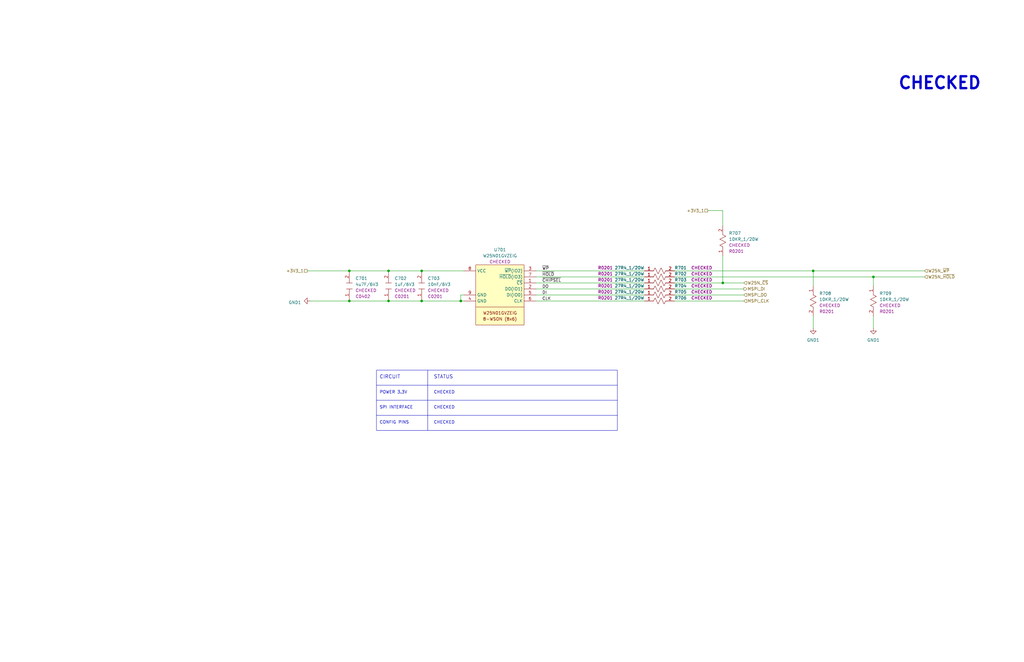
<source format=kicad_sch>
(kicad_sch (version 20230121) (generator eeschema)
  (paper "B")
  (title_block (title "SparkleSplashy") (date "2023-04-25") (company "Siavash Taher Parvar") (comment 1 "Siavash Taher Parvar") (comment 2 "Siavash Taher Parvar") (comment 3 "Siavash Taher Parvar") (comment 4 "_BOM_SpSp_V1.xlsx") (comment 5 "_ASM_SpSp_V1.html") (comment 6 "_GERBER_JLCPCB042023.zip") (comment 8 "No Variant") (comment 9 "N/A"))
  (lib_symbols
    (symbol "_SCHLIB_SparkleSplashy:CAP_10nF/6V3"
      (property "Reference" "C" (at 2.54 3.81 0))
      (property "Value" "10nF{slash}6V3" (at 6.35 6.35 0))
      (property "SCH CHECK" "CHECKED" (at 6.35 21.59 0))
      (property "Package" "C0201" (at 5.08 24.13 0))
      (symbol "CAP_10nF/6V3_0_0"
        (polyline (pts (xy 5.08 1.27) (xy 5.08 -1.27)))
        (polyline (pts (xy 7.62 1.27) (xy 7.62 -1.27)))
      )
      (symbol "CAP_10nF/6V3_1_1"
        (pin passive line (at 0 0 0) (length 5.08) (name "") (number "1"))
        (pin passive line (at 12.7 0 180) (length 5.08) (name "") (number "2"))
      )
    )
    (symbol "_SCHLIB_SparkleSplashy:CAP_1uF/6V3"
      (property "Reference" "C" (at 2.54 3.81 0))
      (property "Value" "1uF{slash}6V3" (at 6.35 6.35 0))
      (property "SCH CHECK" "CHECKED" (at 6.35 25.4 0))
      (property "Package" "C0201" (at 5.08 22.86 0))
      (symbol "CAP_1uF/6V3_0_0"
        (polyline (pts (xy 5.08 1.27) (xy 5.08 -1.27)))
        (polyline (pts (xy 7.62 1.27) (xy 7.62 -1.27)))
      )
      (symbol "CAP_1uF/6V3_1_1"
        (pin passive line (at 0 0 0) (length 5.08) (name "") (number "1"))
        (pin passive line (at 12.7 0 180) (length 5.08) (name "") (number "2"))
      )
    )
    (symbol "_SCHLIB_SparkleSplashy:CAP_4u7F/6V3"
      (property "Reference" "C" (at 2.54 5.08 0))
      (property "Value" "4u7F{slash}6V3" (at 6.35 7.62 0))
      (property "SCH CHECK" "CHECKED" (at 6.35 25.4 0))
      (property "Package" "C0402" (at 5.08 22.86 0))
      (symbol "CAP_4u7F/6V3_0_0"
        (polyline (pts (xy 5.08 1.27) (xy 5.08 -1.27)))
        (polyline (pts (xy 7.62 1.27) (xy 7.62 -1.27)))
      )
      (symbol "CAP_4u7F/6V3_1_1"
        (pin passive line (at 0 0 0) (length 5.08) (name "") (number "1"))
        (pin passive line (at 12.7 0 180) (length 5.08) (name "") (number "2"))
      )
    )
    (symbol "_SCHLIB_SparkleSplashy:FLASH_W25N01GVZEIG"
      (property "Reference" "U" (at 2.54 2.54 0))
      (property "Value" "W25N01GVZEIG" (at 2.54 5.08 0))
      (property "SCH CHECK" "CHECKED" (at 2.54 20.32 0))
      (symbol "FLASH_W25N01GVZEIG_0_0"
        (text "8-WSON (8x6)" (at 10.16 -22.86 0) (effects (font (size 1.27 1.27))))
        (text "W25N01GVZEIG" (at 10.16 -20.32 0) (effects (font (size 1.27 1.27))))
      )
      (symbol "FLASH_W25N01GVZEIG_0_1"
        (polyline (pts (xy 0 -17.78) (xy 20.32 -17.78)))
        (rectangle (start 0 0) (end 20.32 -25.4) (fill (type background)))
      )
      (symbol "FLASH_W25N01GVZEIG_1_1"
        (pin passive line (at 25.4 -7.62 180) (length 5.08) (name "~{CS}") (number "1"))
        (pin passive line (at 25.4 -10.16 180) (length 5.08) (name "DO(IO1)") (number "2"))
        (pin passive line (at 25.4 -2.54 180) (length 5.08) (name "~{WP}(IO2)") (number "3"))
        (pin passive line (at -5.08 -15.24 0) (length 5.08) (name "GND") (number "4"))
        (pin passive line (at 25.4 -12.7 180) (length 5.08) (name "DI(IO0)") (number "5"))
        (pin passive line (at 25.4 -15.24 180) (length 5.08) (name "CLK") (number "6"))
        (pin passive line (at 25.4 -5.08 180) (length 5.08) (name "~{HOLD}(IO3)") (number "7"))
        (pin passive line (at -5.08 -2.54 0) (length 5.08) (name "VCC") (number "8"))
        (pin passive line (at -5.08 -12.7 0) (length 5.08) (name "GND") (number "9"))
      )
    )
    (symbol "_SCHLIB_SparkleSplashy:RES_10KR_1/20W"
      (property "Reference" "R" (at 3.81 6.35 0))
      (property "Value" "10KR_1{slash}20W" (at 8.89 8.89 0))
      (property "SCH CHECK" "CHECKED" (at 7.62 24.13 0))
      (property "Package" "R0201" (at 6.35 26.67 0))
      (symbol "RES_10KR_1/20W_0_0"
        (polyline (pts (xy 3.81 0) (xy 4.445 1.27) (xy 5.715 -1.27) (xy 6.985 1.27) (xy 8.255 -1.27) (xy 8.89 0)))
      )
      (symbol "RES_10KR_1/20W_1_1"
        (pin passive line (at 0 0 0) (length 3.81) (name "") (number "1"))
        (pin passive line (at 12.7 0 180) (length 3.81) (name "") (number "2"))
      )
    )
    (symbol "_SCHLIB_SparkleSplashy:RES_27R4_1/20W"
      (property "Reference" "R" (at 3.81 3.81 0))
      (property "Value" "27R4_1{slash}20W" (at 8.89 6.35 0))
      (property "SCH CHECK" "CHECKED" (at 6.35 21.59 0))
      (property "Package" "R0201" (at 5.08 24.13 0))
      (symbol "RES_27R4_1/20W_0_0"
        (polyline (pts (xy 3.81 0) (xy 4.445 1.27) (xy 5.715 -1.27) (xy 6.985 1.27) (xy 8.255 -1.27) (xy 8.89 0)))
      )
      (symbol "RES_27R4_1/20W_1_1"
        (pin passive line (at 0 0 0) (length 3.81) (name "") (number "1"))
        (pin passive line (at 12.7 0 180) (length 3.81) (name "") (number "2"))
      )
    )
    (symbol "power:GND1" (power) (pin_names (offset 0))
      (property "Value" "GND1" (at 0 -3.81 0))
      (symbol "GND1_0_1"
        (polyline (pts (xy 0 0) (xy 0 -1.27) (xy 1.27 -1.27) (xy 0 -2.54) (xy -1.27 -1.27) (xy 0 -1.27)))
      )
      (symbol "GND1_1_1"
        (pin power_in line (at 0 0 270) (length 0) hide (name "GND1") (number "1"))
      )
    )
  )
  (junction (at 177.8 114.3))
  (junction (at 304.8 119.38))
  (junction (at 368.3 116.84))
  (junction (at 163.83 127))
  (junction (at 342.9 114.3))
  (junction (at 147.32 114.3))
  (junction (at 147.32 127))
  (junction (at 177.8 127))
  (junction (at 194.31 127))
  (junction (at 163.83 114.3))
  (wire (pts (xy 313.69 127) (xy 284.48 127)))
  (wire (pts (xy 342.9 114.3) (xy 389.89 114.3)))
  (polyline (pts (xy 158.75 162.56) (xy 260.35 162.56)))
  (wire (pts (xy 304.8 107.95) (xy 304.8 119.38)))
  (wire (pts (xy 368.3 116.84) (xy 389.89 116.84)))
  (wire (pts (xy 271.78 124.46) (xy 226.06 124.46)))
  (polyline (pts (xy 180.34 156.21) (xy 180.34 181.61)))
  (wire (pts (xy 298.45 88.9) (xy 304.8 88.9)))
  (wire (pts (xy 284.48 114.3) (xy 342.9 114.3)))
  (wire (pts (xy 284.48 119.38) (xy 304.8 119.38)))
  (wire (pts (xy 226.06 116.84) (xy 271.78 116.84)))
  (wire (pts (xy 177.8 127) (xy 194.31 127)))
  (wire (pts (xy 147.32 127) (xy 163.83 127)))
  (wire (pts (xy 130.81 127) (xy 147.32 127)))
  (wire (pts (xy 163.83 114.3) (xy 177.8 114.3)))
  (wire (pts (xy 194.31 127) (xy 195.58 127)))
  (wire (pts (xy 342.9 133.35) (xy 342.9 138.43)))
  (wire (pts (xy 313.69 121.92) (xy 284.48 121.92)))
  (wire (pts (xy 368.3 116.84) (xy 368.3 120.65)))
  (wire (pts (xy 342.9 114.3) (xy 342.9 120.65)))
  (wire (pts (xy 226.06 114.3) (xy 271.78 114.3)))
  (wire (pts (xy 271.78 127) (xy 226.06 127)))
  (wire (pts (xy 271.78 121.92) (xy 226.06 121.92)))
  (wire (pts (xy 147.32 114.3) (xy 163.83 114.3)))
  (wire (pts (xy 129.54 114.3) (xy 147.32 114.3)))
  (wire (pts (xy 284.48 116.84) (xy 368.3 116.84)))
  (polyline (pts (xy 158.75 175.26) (xy 260.35 175.26)))
  (wire (pts (xy 195.58 124.46) (xy 194.31 124.46)))
  (wire (pts (xy 194.31 124.46) (xy 194.31 127)))
  (wire (pts (xy 226.06 119.38) (xy 271.78 119.38)))
  (wire (pts (xy 304.8 119.38) (xy 313.69 119.38)))
  (wire (pts (xy 368.3 133.35) (xy 368.3 138.43)))
  (wire (pts (xy 313.69 124.46) (xy 284.48 124.46)))
  (wire (pts (xy 163.83 127) (xy 177.8 127)))
  (polyline (pts (xy 158.75 168.91) (xy 260.35 168.91)))
  (wire (pts (xy 177.8 114.3) (xy 195.58 114.3)))
  (wire (pts (xy 304.8 88.9) (xy 304.8 95.25)))
  (rectangle (start 158.75 156.21) (end 260.35 181.61))
  (text "CHECKED" (at 378.46 38.1 0) (effects (font (size 5 5) bold) (justify left bottom)))
  (text "CONFIG PINS" (at 160.02 179.07 0) (effects (font (size 1.27 1.27)) (justify left bottom)))
  (text "CIRCUIT" (at 160.02 160.02 0) (effects (font (size 1.5 1.5)) (justify left bottom)))
  (text "CHECKED" (at 182.88 166.37 0) (effects (font (size 1.27 1.27)) (justify left bottom)))
  (text "CHECKED" (at 182.88 179.07 0) (effects (font (size 1.27 1.27)) (justify left bottom)))
  (text "CHECKED" (at 182.88 172.72 0) (effects (font (size 1.27 1.27)) (justify left bottom)))
  (text "POWER 3.3V" (at 160.02 166.37 0) (effects (font (size 1.27 1.27)) (justify left bottom)))
  (text "STATUS" (at 182.88 160.02 0) (effects (font (size 1.5 1.5)) (justify left bottom)))
  (text "SPI INTERFACE" (at 160.02 172.72 0) (effects (font (size 1.27 1.27)) (justify left bottom)))
  (label "DO" (at 228.6 121.92 0))
  (label "CLK" (at 228.6 127 0))
  (label "DI" (at 228.6 124.46 0))
  (label "~{HOLD}" (at 228.6 116.84 0))
  (label "~{CHIPSEL}" (at 228.6 119.38 0))
  (label "~{WP}" (at 228.6 114.3 0))
  (hierarchical_label "W25N_~{HOLD}" (shape input) (at 389.89 116.84 0))
  (hierarchical_label "MSPI_CLK" (shape input) (at 313.69 127 0))
  (hierarchical_label "W25N_~{CS}" (shape input) (at 313.69 119.38 0))
  (hierarchical_label "+3V3_1" (shape passive) (at 129.54 114.3 180))
  (hierarchical_label "MSPI_DI" (shape output) (at 313.69 121.92 0))
  (hierarchical_label "+3V3_1" (shape passive) (at 298.45 88.9 180))
  (hierarchical_label "MSPI_DO" (shape input) (at 313.69 124.46 0))
  (hierarchical_label "W25N_~{WP}" (shape input) (at 389.89 114.3 0))
  (symbol (lib_id "_SCHLIB_SparkleSplashy:FLASH_W25N01GVZEIG") (at 200.66 111.76 0) (unit 1)
    (property "Reference" "U701" (at 210.82 105.41 0))
    (property "Value" "W25N01GVZEIG" (at 210.82 107.95 0))
    (property "Footprint" "_PCBLIB_SparkleSplashy:WSON-8-1EP_8x6mm_P1.27mm_EP3.4x4.3mm" (effects hide))
    (property "Datasheet" "https://www.winbond.com/resource-files/W25N01GV%20Rev%20O%20092619.pdf" (effects hide))
    (property "Description" "FLASH - NAND (SLC) Memory IC 1Gbit SPI - Quad I/O 104 MHz 7 ns 8-WSON (8x6)" (effects hide))
    (property "Part Number" "W25N01GVZEIG" (effects hide))
    (property "Link" "https://www.digikey.ca/en/products/detail/winbond-electronics/W25N01GVZEIG/15181734" (effects hide))
    (property "SCH CHECK" "CHECKED" (at 210.82 110.49 0))
  )
  (symbol (lib_id "_SCHLIB_SparkleSplashy:RES_27R4_1/20W") (at 271.78 114.3 0) (unit 1)
    (property "Reference" "R701" (at 287.02 113.03 0))
    (property "Value" "27R4_1/20W" (at 265.43 113.03 0))
    (property "Footprint" "Resistor_SMD:R_0201_0603Metric" (effects hide))
    (property "Datasheet" "https://www.yageo.com/upload/media/product/productsearch/datasheet/rchip/PYu-RC_Group_51_RoHS_L_12.pdf" (effects hide))
    (property "Description" "27.4 Ohms ±1% 0.05W, 1/20W Chip Resistor 0201 (0603 Metric) Moisture Resistant Thick Film" (effects hide))
    (property "Part Number" "RC0201FR-0727R4L" (effects hide))
    (property "Link" "https://www.digikey.ca/en/products/detail/yageo/RC0201FR-0727R4L/5280413" (effects hide))
    (property "SCH CHECK" "CHECKED" (at 295.91 113.03 0))
    (property "Package" "R0201" (at 255.27 113.03 0))
  )
  (symbol (lib_id "_SCHLIB_SparkleSplashy:CAP_1uF/6V3") (at 163.83 127 90) (unit 1)
    (property "Reference" "C702" (at 166.37 117.475 90) (effects (justify right)))
    (property "Value" "1uF/6V3" (at 166.37 120.015 90) (effects (justify right)))
    (property "Footprint" "Capacitor_SMD:C_0201_0603Metric" (effects hide))
    (property "Datasheet" "http://weblib.samsungsem.com/mlcc/mlcc-ec-data-sheet.do?partNumber=CL03A105MQ3CSN" (effects hide))
    (property "Description" "1 µF ±20% 6.3V Ceramic Capacitor X5R 0201 (0603 Metric)" (effects hide))
    (property "Part Number" "CL03A105MQ3CSNH" (effects hide))
    (property "Link" "https://www.digikey.ca/en/products/detail/samsung-electro-mechanics/CL03A105MQ3CSNH/3894097" (effects hide))
    (property "SCH CHECK" "CHECKED" (at 166.37 122.555 90) (effects (justify right)))
    (property "Package" "C0201" (at 166.37 125.095 90) (effects (justify right)))
  )
  (symbol (lib_id "_SCHLIB_SparkleSplashy:RES_27R4_1/20W") (at 271.78 119.38 0) (unit 1)
    (property "Reference" "R703" (at 287.02 118.11 0))
    (property "Value" "27R4_1/20W" (at 265.43 118.11 0))
    (property "Footprint" "Resistor_SMD:R_0201_0603Metric" (effects hide))
    (property "Datasheet" "https://www.yageo.com/upload/media/product/productsearch/datasheet/rchip/PYu-RC_Group_51_RoHS_L_12.pdf" (effects hide))
    (property "Description" "27.4 Ohms ±1% 0.05W, 1/20W Chip Resistor 0201 (0603 Metric) Moisture Resistant Thick Film" (effects hide))
    (property "Part Number" "RC0201FR-0727R4L" (effects hide))
    (property "Link" "https://www.digikey.ca/en/products/detail/yageo/RC0201FR-0727R4L/5280413" (effects hide))
    (property "SCH CHECK" "CHECKED" (at 295.91 118.11 0))
    (property "Package" "R0201" (at 255.27 118.11 0))
  )
  (symbol (lib_id "_SCHLIB_SparkleSplashy:CAP_10nF/6V3") (at 177.8 127 90) (unit 1)
    (property "Reference" "C703" (at 180.34 117.475 90) (effects (justify right)))
    (property "Value" "10nF/6V3" (at 180.34 120.015 90) (effects (justify right)))
    (property "Footprint" "Capacitor_SMD:C_0201_0603Metric" (effects hide))
    (property "Datasheet" "http://www.passivecomponent.com/wp-content/uploads/datasheet/WTC_MLCC_General_Purpose.pdf" (effects hide))
    (property "Description" "10000 pF ±10% 6.3V Ceramic Capacitor X7R 0201 (0603 Metric)" (effects hide))
    (property "Part Number" "0201B103K6R3CT" (effects hide))
    (property "Link" "https://www.digikey.ca/en/products/detail/walsin-technology-corporation/0201B103K6R3CT/9354618" (effects hide))
    (property "SCH CHECK" "CHECKED" (at 180.34 122.555 90) (effects (justify right)))
    (property "Package" "C0201" (at 180.34 125.095 90) (effects (justify right)))
  )
  (symbol (lib_id "_SCHLIB_SparkleSplashy:CAP_4u7F/6V3") (at 147.32 127 90) (unit 1)
    (property "Reference" "C701" (at 149.86 117.475 90) (effects (justify right)))
    (property "Value" "4u7F/6V3" (at 149.86 120.015 90) (effects (justify right)))
    (property "Footprint" "Capacitor_SMD:C_0402_1005Metric" (effects hide))
    (property "Datasheet" "https://media.digikey.com/pdf/Data%20Sheets/Samsung%20PDFs/CL05A475KQ5NRNC_Spec.pdf" (effects hide))
    (property "Description" "10 µF ±10% 16V Ceramic Capacitor X5R 0603 (1608 Metric)" (effects hide))
    (property "Part Number" "CL05A475KQ5NRNC" (effects hide))
    (property "Link" "https://www.digikey.ca/en/products/detail/samsung-electro-mechanics/CL05A475KQ5NRNC/3887139" (effects hide))
    (property "SCH CHECK" "CHECKED" (at 149.86 122.555 90) (effects (justify right)))
    (property "Package" "C0402" (at 149.86 125.095 90) (effects (justify right)))
    (property "DescriptionCL05A475KQ5NRNC" "4.7 µF ±10% 6.3V Ceramic Capacitor X5R 0402 (1005 Metric)" (effects hide))
  )
  (symbol (lib_id "_SCHLIB_SparkleSplashy:RES_27R4_1/20W") (at 271.78 116.84 0) (unit 1)
    (property "Reference" "R702" (at 287.02 115.57 0))
    (property "Value" "27R4_1/20W" (at 265.43 115.57 0))
    (property "Footprint" "Resistor_SMD:R_0201_0603Metric" (effects hide))
    (property "Datasheet" "https://www.yageo.com/upload/media/product/productsearch/datasheet/rchip/PYu-RC_Group_51_RoHS_L_12.pdf" (effects hide))
    (property "Description" "27.4 Ohms ±1% 0.05W, 1/20W Chip Resistor 0201 (0603 Metric) Moisture Resistant Thick Film" (effects hide))
    (property "Part Number" "RC0201FR-0727R4L" (effects hide))
    (property "Link" "https://www.digikey.ca/en/products/detail/yageo/RC0201FR-0727R4L/5280413" (effects hide))
    (property "SCH CHECK" "CHECKED" (at 295.91 115.57 0))
    (property "Package" "R0201" (at 255.27 115.57 0))
  )
  (symbol (lib_id "power:GND1") (at 130.81 127 270) (unit 1)
    (property "Reference" "#PWR0701" (effects hide))
    (property "Value" "GND1" (at 127 127.635 90) (effects (justify right)))
  )
  (symbol (lib_id "power:GND1") (at 368.3 138.43 0) (unit 1)
    (property "Reference" "#PWR0703" (effects hide))
    (property "Value" "GND1" (at 368.3 143.51 0))
  )
  (symbol (lib_id "_SCHLIB_SparkleSplashy:RES_10KR_1/20W") (at 342.9 120.65 270) (unit 1)
    (property "Reference" "R708" (at 345.44 123.825 90) (effects (justify left)))
    (property "Value" "10KR_1/20W" (at 345.44 126.365 90) (effects (justify left)))
    (property "Footprint" "Resistor_SMD:R_0201_0603Metric" (effects hide))
    (property "Datasheet" "https://www.seielect.com/Catalog/SEI-RMCF_RMCP.pdf" (effects hide))
    (property "Description" "10 kOhms ±1% 0.05W, 1/20W Chip Resistor 0201 (0603 Metric) Thick Film" (effects hide))
    (property "Part Number" "RMCF0201FT10K0" (effects hide))
    (property "Link" "https://www.digikey.ca/en/products/detail/stackpole-electronics-inc/RMCF0201FT10K0/1714990" (effects hide))
    (property "SCH CHECK" "CHECKED" (at 345.44 128.905 90) (effects (justify left)))
    (property "Package" "R0201" (at 345.44 131.445 90) (effects (justify left)))
  )
  (symbol (lib_id "_SCHLIB_SparkleSplashy:RES_27R4_1/20W") (at 271.78 124.46 0) (unit 1)
    (property "Reference" "R705" (at 287.02 123.19 0))
    (property "Value" "27R4_1/20W" (at 265.43 123.19 0))
    (property "Footprint" "Resistor_SMD:R_0201_0603Metric" (effects hide))
    (property "Datasheet" "https://www.yageo.com/upload/media/product/productsearch/datasheet/rchip/PYu-RC_Group_51_RoHS_L_12.pdf" (effects hide))
    (property "Description" "27.4 Ohms ±1% 0.05W, 1/20W Chip Resistor 0201 (0603 Metric) Moisture Resistant Thick Film" (effects hide))
    (property "Part Number" "RC0201FR-0727R4L" (effects hide))
    (property "Link" "https://www.digikey.ca/en/products/detail/yageo/RC0201FR-0727R4L/5280413" (effects hide))
    (property "SCH CHECK" "CHECKED" (at 295.91 123.19 0))
    (property "Package" "R0201" (at 255.27 123.19 0))
  )
  (symbol (lib_id "_SCHLIB_SparkleSplashy:RES_27R4_1/20W") (at 271.78 127 0) (unit 1)
    (property "Reference" "R706" (at 287.02 125.73 0))
    (property "Value" "27R4_1/20W" (at 265.43 125.73 0))
    (property "Footprint" "Resistor_SMD:R_0201_0603Metric" (effects hide))
    (property "Datasheet" "https://www.yageo.com/upload/media/product/productsearch/datasheet/rchip/PYu-RC_Group_51_RoHS_L_12.pdf" (effects hide))
    (property "Description" "27.4 Ohms ±1% 0.05W, 1/20W Chip Resistor 0201 (0603 Metric) Moisture Resistant Thick Film" (effects hide))
    (property "Part Number" "RC0201FR-0727R4L" (effects hide))
    (property "Link" "https://www.digikey.ca/en/products/detail/yageo/RC0201FR-0727R4L/5280413" (effects hide))
    (property "SCH CHECK" "CHECKED" (at 295.91 125.73 0))
    (property "Package" "R0201" (at 255.27 125.73 0))
  )
  (symbol (lib_id "power:GND1") (at 342.9 138.43 0) (unit 1)
    (property "Reference" "#PWR0702" (effects hide))
    (property "Value" "GND1" (at 342.9 143.51 0))
  )
  (symbol (lib_id "_SCHLIB_SparkleSplashy:RES_27R4_1/20W") (at 271.78 121.92 0) (unit 1)
    (property "Reference" "R704" (at 287.02 120.65 0))
    (property "Value" "27R4_1/20W" (at 265.43 120.65 0))
    (property "Footprint" "Resistor_SMD:R_0201_0603Metric" (effects hide))
    (property "Datasheet" "https://www.yageo.com/upload/media/product/productsearch/datasheet/rchip/PYu-RC_Group_51_RoHS_L_12.pdf" (effects hide))
    (property "Description" "27.4 Ohms ±1% 0.05W, 1/20W Chip Resistor 0201 (0603 Metric) Moisture Resistant Thick Film" (effects hide))
    (property "Part Number" "RC0201FR-0727R4L" (effects hide))
    (property "Link" "https://www.digikey.ca/en/products/detail/yageo/RC0201FR-0727R4L/5280413" (effects hide))
    (property "SCH CHECK" "CHECKED" (at 295.91 120.65 0))
    (property "Package" "R0201" (at 255.27 120.65 0))
  )
  (symbol (lib_id "_SCHLIB_SparkleSplashy:RES_10KR_1/20W") (at 304.8 107.95 90) (unit 1)
    (property "Reference" "R707" (at 307.34 98.425 90) (effects (justify right)))
    (property "Value" "10KR_1/20W" (at 307.34 100.965 90) (effects (justify right)))
    (property "Footprint" "Resistor_SMD:R_0201_0603Metric" (effects hide))
    (property "Datasheet" "https://www.seielect.com/Catalog/SEI-RMCF_RMCP.pdf" (effects hide))
    (property "Description" "10 kOhms ±1% 0.05W, 1/20W Chip Resistor 0201 (0603 Metric) Thick Film" (effects hide))
    (property "Part Number" "RMCF0201FT10K0" (effects hide))
    (property "Link" "https://www.digikey.ca/en/products/detail/stackpole-electronics-inc/RMCF0201FT10K0/1714990" (effects hide))
    (property "SCH CHECK" "CHECKED" (at 307.34 103.505 90) (effects (justify right)))
    (property "Package" "R0201" (at 307.34 106.045 90) (effects (justify right)))
  )
  (symbol (lib_id "_SCHLIB_SparkleSplashy:RES_10KR_1/20W") (at 368.3 120.65 270) (unit 1)
    (property "Reference" "R709" (at 370.84 123.825 90) (effects (justify left)))
    (property "Value" "10KR_1/20W" (at 370.84 126.365 90) (effects (justify left)))
    (property "Footprint" "Resistor_SMD:R_0201_0603Metric" (effects hide))
    (property "Datasheet" "https://www.seielect.com/Catalog/SEI-RMCF_RMCP.pdf" (effects hide))
    (property "Description" "10 kOhms ±1% 0.05W, 1/20W Chip Resistor 0201 (0603 Metric) Thick Film" (effects hide))
    (property "Part Number" "RMCF0201FT10K0" (effects hide))
    (property "Link" "https://www.digikey.ca/en/products/detail/stackpole-electronics-inc/RMCF0201FT10K0/1714990" (effects hide))
    (property "SCH CHECK" "CHECKED" (at 370.84 128.905 90) (effects (justify left)))
    (property "Package" "R0201" (at 370.84 131.445 90) (effects (justify left)))
  )
)
</source>
